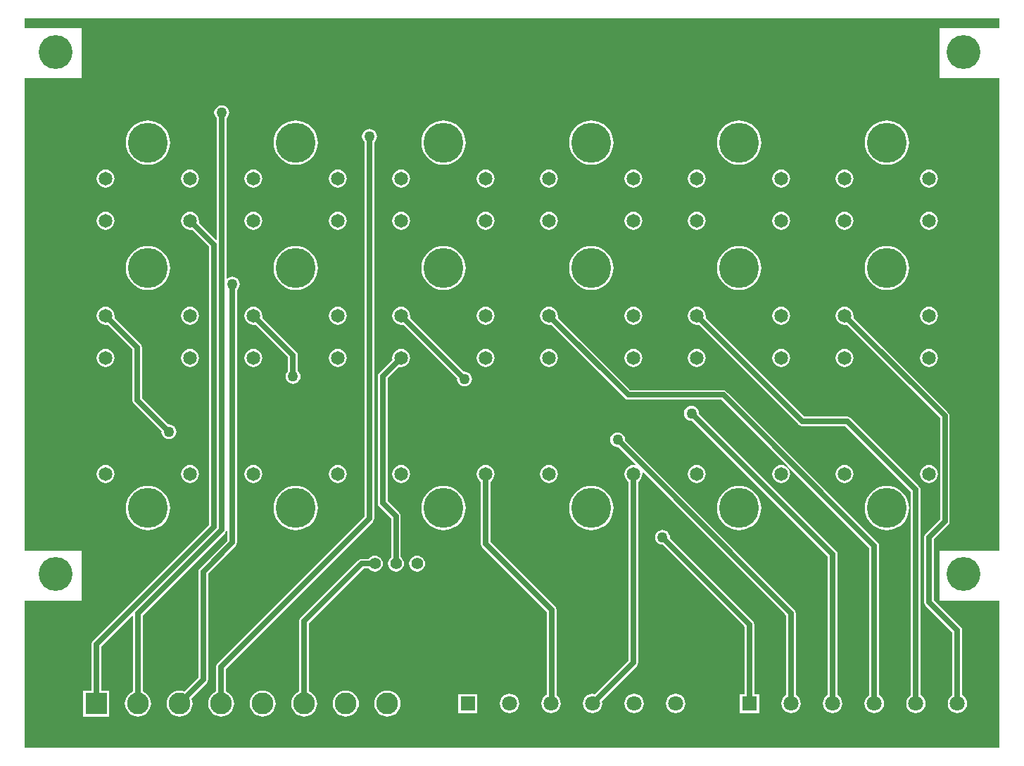
<source format=gtl>
G04*
G04 #@! TF.GenerationSoftware,Altium Limited,Altium Designer,19.1.8 (144)*
G04*
G04 Layer_Physical_Order=1*
G04 Layer_Color=255*
%FSLAX25Y25*%
%MOIN*%
G70*
G01*
G75*
%ADD23C,0.02500*%
%ADD24C,0.07087*%
%ADD25R,0.07087X0.07087*%
%ADD26C,0.06496*%
%ADD27C,0.18898*%
%ADD28C,0.05512*%
%ADD29C,0.10335*%
%ADD30R,0.10335X0.10335*%
%ADD31C,0.16000*%
%ADD32C,0.05000*%
G36*
X583471Y453750D02*
X555000D01*
Y430000D01*
X583471D01*
X583471Y206250D01*
X555000D01*
Y182500D01*
X583471D01*
X583471Y112779D01*
X121529D01*
X121529Y182500D01*
X148750D01*
Y206250D01*
X121529D01*
X121529Y430000D01*
X148750D01*
Y453750D01*
X121529D01*
Y458471D01*
X583471D01*
Y453750D01*
D02*
G37*
%LPC*%
G36*
X530000Y410068D02*
X528360Y409939D01*
X526761Y409555D01*
X525242Y408925D01*
X523839Y408066D01*
X522589Y406998D01*
X521521Y405747D01*
X520661Y404345D01*
X520032Y402825D01*
X519648Y401226D01*
X519519Y399587D01*
X519648Y397947D01*
X520032Y396348D01*
X520661Y394828D01*
X521521Y393426D01*
X522589Y392175D01*
X523839Y391107D01*
X525242Y390248D01*
X526761Y389618D01*
X528360Y389234D01*
X530000Y389106D01*
X531640Y389234D01*
X533239Y389618D01*
X534758Y390248D01*
X536161Y391107D01*
X537411Y392175D01*
X538479Y393426D01*
X539339Y394828D01*
X539968Y396348D01*
X540352Y397947D01*
X540481Y399587D01*
X540352Y401226D01*
X539968Y402825D01*
X539339Y404345D01*
X538479Y405747D01*
X537411Y406998D01*
X536161Y408066D01*
X534758Y408925D01*
X533239Y409555D01*
X531640Y409939D01*
X530000Y410068D01*
D02*
G37*
G36*
X460000D02*
X458360Y409939D01*
X456761Y409555D01*
X455242Y408925D01*
X453839Y408066D01*
X452589Y406998D01*
X451521Y405747D01*
X450661Y404345D01*
X450032Y402825D01*
X449648Y401226D01*
X449519Y399587D01*
X449648Y397947D01*
X450032Y396348D01*
X450661Y394828D01*
X451521Y393426D01*
X452589Y392175D01*
X453839Y391107D01*
X455242Y390248D01*
X456761Y389618D01*
X458360Y389234D01*
X460000Y389106D01*
X461640Y389234D01*
X463239Y389618D01*
X464758Y390248D01*
X466161Y391107D01*
X467411Y392175D01*
X468479Y393426D01*
X469339Y394828D01*
X469968Y396348D01*
X470352Y397947D01*
X470481Y399587D01*
X470352Y401226D01*
X469968Y402825D01*
X469339Y404345D01*
X468479Y405747D01*
X467411Y406998D01*
X466161Y408066D01*
X464758Y408925D01*
X463239Y409555D01*
X461640Y409939D01*
X460000Y410068D01*
D02*
G37*
G36*
X390000D02*
X388360Y409939D01*
X386761Y409555D01*
X385242Y408925D01*
X383839Y408066D01*
X382589Y406998D01*
X381521Y405747D01*
X380661Y404345D01*
X380032Y402825D01*
X379648Y401226D01*
X379519Y399587D01*
X379648Y397947D01*
X380032Y396348D01*
X380661Y394828D01*
X381521Y393426D01*
X382589Y392175D01*
X383839Y391107D01*
X385242Y390248D01*
X386761Y389618D01*
X388360Y389234D01*
X390000Y389106D01*
X391640Y389234D01*
X393239Y389618D01*
X394758Y390248D01*
X396161Y391107D01*
X397411Y392175D01*
X398479Y393426D01*
X399339Y394828D01*
X399968Y396348D01*
X400352Y397947D01*
X400481Y399587D01*
X400352Y401226D01*
X399968Y402825D01*
X399339Y404345D01*
X398479Y405747D01*
X397411Y406998D01*
X396161Y408066D01*
X394758Y408925D01*
X393239Y409555D01*
X391640Y409939D01*
X390000Y410068D01*
D02*
G37*
G36*
X320000D02*
X318360Y409939D01*
X316761Y409555D01*
X315242Y408925D01*
X313839Y408066D01*
X312589Y406998D01*
X311521Y405747D01*
X310661Y404345D01*
X310032Y402825D01*
X309648Y401226D01*
X309519Y399587D01*
X309648Y397947D01*
X310032Y396348D01*
X310661Y394828D01*
X311521Y393426D01*
X312589Y392175D01*
X313839Y391107D01*
X315242Y390248D01*
X316761Y389618D01*
X318360Y389234D01*
X320000Y389106D01*
X321640Y389234D01*
X323239Y389618D01*
X324758Y390248D01*
X326161Y391107D01*
X327411Y392175D01*
X328479Y393426D01*
X329339Y394828D01*
X329968Y396348D01*
X330352Y397947D01*
X330481Y399587D01*
X330352Y401226D01*
X329968Y402825D01*
X329339Y404345D01*
X328479Y405747D01*
X327411Y406998D01*
X326161Y408066D01*
X324758Y408925D01*
X323239Y409555D01*
X321640Y409939D01*
X320000Y410068D01*
D02*
G37*
G36*
X250000D02*
X248360Y409939D01*
X246761Y409555D01*
X245242Y408925D01*
X243839Y408066D01*
X242589Y406998D01*
X241521Y405747D01*
X240661Y404345D01*
X240032Y402825D01*
X239648Y401226D01*
X239519Y399587D01*
X239648Y397947D01*
X240032Y396348D01*
X240661Y394828D01*
X241521Y393426D01*
X242589Y392175D01*
X243839Y391107D01*
X245242Y390248D01*
X246761Y389618D01*
X248360Y389234D01*
X250000Y389106D01*
X251640Y389234D01*
X253239Y389618D01*
X254758Y390248D01*
X256161Y391107D01*
X257411Y392175D01*
X258479Y393426D01*
X259339Y394828D01*
X259968Y396348D01*
X260352Y397947D01*
X260481Y399587D01*
X260352Y401226D01*
X259968Y402825D01*
X259339Y404345D01*
X258479Y405747D01*
X257411Y406998D01*
X256161Y408066D01*
X254758Y408925D01*
X253239Y409555D01*
X251640Y409939D01*
X250000Y410068D01*
D02*
G37*
G36*
X180000D02*
X178360Y409939D01*
X176761Y409555D01*
X175242Y408925D01*
X173839Y408066D01*
X172589Y406998D01*
X171521Y405747D01*
X170661Y404345D01*
X170032Y402825D01*
X169648Y401226D01*
X169519Y399587D01*
X169648Y397947D01*
X170032Y396348D01*
X170661Y394828D01*
X171521Y393426D01*
X172589Y392175D01*
X173839Y391107D01*
X175242Y390248D01*
X176761Y389618D01*
X178360Y389234D01*
X180000Y389106D01*
X181640Y389234D01*
X183239Y389618D01*
X184758Y390248D01*
X186161Y391107D01*
X187411Y392175D01*
X188479Y393426D01*
X189339Y394828D01*
X189968Y396348D01*
X190352Y397947D01*
X190481Y399587D01*
X190352Y401226D01*
X189968Y402825D01*
X189339Y404345D01*
X188479Y405747D01*
X187411Y406998D01*
X186161Y408066D01*
X184758Y408925D01*
X183239Y409555D01*
X181640Y409939D01*
X180000Y410068D01*
D02*
G37*
G36*
X550000Y386785D02*
X548891Y386639D01*
X547858Y386211D01*
X546970Y385530D01*
X546289Y384642D01*
X545861Y383609D01*
X545715Y382500D01*
X545861Y381391D01*
X546289Y380358D01*
X546970Y379470D01*
X547858Y378789D01*
X548891Y378361D01*
X550000Y378215D01*
X551109Y378361D01*
X552142Y378789D01*
X553030Y379470D01*
X553711Y380358D01*
X554139Y381391D01*
X554285Y382500D01*
X554139Y383609D01*
X553711Y384642D01*
X553030Y385530D01*
X552142Y386211D01*
X551109Y386639D01*
X550000Y386785D01*
D02*
G37*
G36*
X510000D02*
X508891Y386639D01*
X507858Y386211D01*
X506970Y385530D01*
X506289Y384642D01*
X505861Y383609D01*
X505715Y382500D01*
X505861Y381391D01*
X506289Y380358D01*
X506970Y379470D01*
X507858Y378789D01*
X508891Y378361D01*
X510000Y378215D01*
X511109Y378361D01*
X512142Y378789D01*
X513030Y379470D01*
X513711Y380358D01*
X514139Y381391D01*
X514285Y382500D01*
X514139Y383609D01*
X513711Y384642D01*
X513030Y385530D01*
X512142Y386211D01*
X511109Y386639D01*
X510000Y386785D01*
D02*
G37*
G36*
X480000D02*
X478891Y386639D01*
X477858Y386211D01*
X476970Y385530D01*
X476289Y384642D01*
X475861Y383609D01*
X475715Y382500D01*
X475861Y381391D01*
X476289Y380358D01*
X476970Y379470D01*
X477858Y378789D01*
X478891Y378361D01*
X480000Y378215D01*
X481109Y378361D01*
X482142Y378789D01*
X483030Y379470D01*
X483711Y380358D01*
X484139Y381391D01*
X484285Y382500D01*
X484139Y383609D01*
X483711Y384642D01*
X483030Y385530D01*
X482142Y386211D01*
X481109Y386639D01*
X480000Y386785D01*
D02*
G37*
G36*
X440000D02*
X438891Y386639D01*
X437858Y386211D01*
X436970Y385530D01*
X436289Y384642D01*
X435861Y383609D01*
X435715Y382500D01*
X435861Y381391D01*
X436289Y380358D01*
X436970Y379470D01*
X437858Y378789D01*
X438891Y378361D01*
X440000Y378215D01*
X441109Y378361D01*
X442142Y378789D01*
X443030Y379470D01*
X443711Y380358D01*
X444139Y381391D01*
X444285Y382500D01*
X444139Y383609D01*
X443711Y384642D01*
X443030Y385530D01*
X442142Y386211D01*
X441109Y386639D01*
X440000Y386785D01*
D02*
G37*
G36*
X410000D02*
X408891Y386639D01*
X407858Y386211D01*
X406970Y385530D01*
X406289Y384642D01*
X405861Y383609D01*
X405715Y382500D01*
X405861Y381391D01*
X406289Y380358D01*
X406970Y379470D01*
X407858Y378789D01*
X408891Y378361D01*
X410000Y378215D01*
X411109Y378361D01*
X412142Y378789D01*
X413030Y379470D01*
X413711Y380358D01*
X414139Y381391D01*
X414285Y382500D01*
X414139Y383609D01*
X413711Y384642D01*
X413030Y385530D01*
X412142Y386211D01*
X411109Y386639D01*
X410000Y386785D01*
D02*
G37*
G36*
X370000D02*
X368891Y386639D01*
X367858Y386211D01*
X366970Y385530D01*
X366289Y384642D01*
X365861Y383609D01*
X365715Y382500D01*
X365861Y381391D01*
X366289Y380358D01*
X366970Y379470D01*
X367858Y378789D01*
X368891Y378361D01*
X370000Y378215D01*
X371109Y378361D01*
X372142Y378789D01*
X373030Y379470D01*
X373711Y380358D01*
X374139Y381391D01*
X374285Y382500D01*
X374139Y383609D01*
X373711Y384642D01*
X373030Y385530D01*
X372142Y386211D01*
X371109Y386639D01*
X370000Y386785D01*
D02*
G37*
G36*
X340000D02*
X338891Y386639D01*
X337858Y386211D01*
X336970Y385530D01*
X336289Y384642D01*
X335861Y383609D01*
X335715Y382500D01*
X335861Y381391D01*
X336289Y380358D01*
X336970Y379470D01*
X337858Y378789D01*
X338891Y378361D01*
X340000Y378215D01*
X341109Y378361D01*
X342142Y378789D01*
X343030Y379470D01*
X343711Y380358D01*
X344139Y381391D01*
X344285Y382500D01*
X344139Y383609D01*
X343711Y384642D01*
X343030Y385530D01*
X342142Y386211D01*
X341109Y386639D01*
X340000Y386785D01*
D02*
G37*
G36*
X300000D02*
X298891Y386639D01*
X297858Y386211D01*
X296970Y385530D01*
X296289Y384642D01*
X295861Y383609D01*
X295715Y382500D01*
X295861Y381391D01*
X296289Y380358D01*
X296970Y379470D01*
X297858Y378789D01*
X298891Y378361D01*
X300000Y378215D01*
X301109Y378361D01*
X302142Y378789D01*
X303030Y379470D01*
X303711Y380358D01*
X304139Y381391D01*
X304285Y382500D01*
X304139Y383609D01*
X303711Y384642D01*
X303030Y385530D01*
X302142Y386211D01*
X301109Y386639D01*
X300000Y386785D01*
D02*
G37*
G36*
X270000D02*
X268891Y386639D01*
X267858Y386211D01*
X266970Y385530D01*
X266289Y384642D01*
X265861Y383609D01*
X265715Y382500D01*
X265861Y381391D01*
X266289Y380358D01*
X266970Y379470D01*
X267858Y378789D01*
X268891Y378361D01*
X270000Y378215D01*
X271109Y378361D01*
X272142Y378789D01*
X273030Y379470D01*
X273711Y380358D01*
X274139Y381391D01*
X274285Y382500D01*
X274139Y383609D01*
X273711Y384642D01*
X273030Y385530D01*
X272142Y386211D01*
X271109Y386639D01*
X270000Y386785D01*
D02*
G37*
G36*
X230000D02*
X228891Y386639D01*
X227858Y386211D01*
X226970Y385530D01*
X226289Y384642D01*
X225861Y383609D01*
X225715Y382500D01*
X225861Y381391D01*
X226289Y380358D01*
X226970Y379470D01*
X227858Y378789D01*
X228891Y378361D01*
X230000Y378215D01*
X231109Y378361D01*
X232142Y378789D01*
X233030Y379470D01*
X233711Y380358D01*
X234139Y381391D01*
X234285Y382500D01*
X234139Y383609D01*
X233711Y384642D01*
X233030Y385530D01*
X232142Y386211D01*
X231109Y386639D01*
X230000Y386785D01*
D02*
G37*
G36*
X200000D02*
X198891Y386639D01*
X197858Y386211D01*
X196970Y385530D01*
X196289Y384642D01*
X195861Y383609D01*
X195715Y382500D01*
X195861Y381391D01*
X196289Y380358D01*
X196970Y379470D01*
X197858Y378789D01*
X198891Y378361D01*
X200000Y378215D01*
X201109Y378361D01*
X202142Y378789D01*
X203030Y379470D01*
X203711Y380358D01*
X204139Y381391D01*
X204285Y382500D01*
X204139Y383609D01*
X203711Y384642D01*
X203030Y385530D01*
X202142Y386211D01*
X201109Y386639D01*
X200000Y386785D01*
D02*
G37*
G36*
X160000D02*
X158891Y386639D01*
X157858Y386211D01*
X156970Y385530D01*
X156289Y384642D01*
X155861Y383609D01*
X155715Y382500D01*
X155861Y381391D01*
X156289Y380358D01*
X156970Y379470D01*
X157858Y378789D01*
X158891Y378361D01*
X160000Y378215D01*
X161109Y378361D01*
X162142Y378789D01*
X163030Y379470D01*
X163711Y380358D01*
X164139Y381391D01*
X164285Y382500D01*
X164139Y383609D01*
X163711Y384642D01*
X163030Y385530D01*
X162142Y386211D01*
X161109Y386639D01*
X160000Y386785D01*
D02*
G37*
G36*
X550000Y366785D02*
X548891Y366639D01*
X547858Y366211D01*
X546970Y365530D01*
X546289Y364642D01*
X545861Y363609D01*
X545715Y362500D01*
X545861Y361391D01*
X546289Y360358D01*
X546970Y359470D01*
X547858Y358789D01*
X548891Y358361D01*
X550000Y358215D01*
X551109Y358361D01*
X552142Y358789D01*
X553030Y359470D01*
X553711Y360358D01*
X554139Y361391D01*
X554285Y362500D01*
X554139Y363609D01*
X553711Y364642D01*
X553030Y365530D01*
X552142Y366211D01*
X551109Y366639D01*
X550000Y366785D01*
D02*
G37*
G36*
X510000D02*
X508891Y366639D01*
X507858Y366211D01*
X506970Y365530D01*
X506289Y364642D01*
X505861Y363609D01*
X505715Y362500D01*
X505861Y361391D01*
X506289Y360358D01*
X506970Y359470D01*
X507858Y358789D01*
X508891Y358361D01*
X510000Y358215D01*
X511109Y358361D01*
X512142Y358789D01*
X513030Y359470D01*
X513711Y360358D01*
X514139Y361391D01*
X514285Y362500D01*
X514139Y363609D01*
X513711Y364642D01*
X513030Y365530D01*
X512142Y366211D01*
X511109Y366639D01*
X510000Y366785D01*
D02*
G37*
G36*
X480000D02*
X478891Y366639D01*
X477858Y366211D01*
X476970Y365530D01*
X476289Y364642D01*
X475861Y363609D01*
X475715Y362500D01*
X475861Y361391D01*
X476289Y360358D01*
X476970Y359470D01*
X477858Y358789D01*
X478891Y358361D01*
X480000Y358215D01*
X481109Y358361D01*
X482142Y358789D01*
X483030Y359470D01*
X483711Y360358D01*
X484139Y361391D01*
X484285Y362500D01*
X484139Y363609D01*
X483711Y364642D01*
X483030Y365530D01*
X482142Y366211D01*
X481109Y366639D01*
X480000Y366785D01*
D02*
G37*
G36*
X440000D02*
X438891Y366639D01*
X437858Y366211D01*
X436970Y365530D01*
X436289Y364642D01*
X435861Y363609D01*
X435715Y362500D01*
X435861Y361391D01*
X436289Y360358D01*
X436970Y359470D01*
X437858Y358789D01*
X438891Y358361D01*
X440000Y358215D01*
X441109Y358361D01*
X442142Y358789D01*
X443030Y359470D01*
X443711Y360358D01*
X444139Y361391D01*
X444285Y362500D01*
X444139Y363609D01*
X443711Y364642D01*
X443030Y365530D01*
X442142Y366211D01*
X441109Y366639D01*
X440000Y366785D01*
D02*
G37*
G36*
X410000D02*
X408891Y366639D01*
X407858Y366211D01*
X406970Y365530D01*
X406289Y364642D01*
X405861Y363609D01*
X405715Y362500D01*
X405861Y361391D01*
X406289Y360358D01*
X406970Y359470D01*
X407858Y358789D01*
X408891Y358361D01*
X410000Y358215D01*
X411109Y358361D01*
X412142Y358789D01*
X413030Y359470D01*
X413711Y360358D01*
X414139Y361391D01*
X414285Y362500D01*
X414139Y363609D01*
X413711Y364642D01*
X413030Y365530D01*
X412142Y366211D01*
X411109Y366639D01*
X410000Y366785D01*
D02*
G37*
G36*
X370000D02*
X368891Y366639D01*
X367858Y366211D01*
X366970Y365530D01*
X366289Y364642D01*
X365861Y363609D01*
X365715Y362500D01*
X365861Y361391D01*
X366289Y360358D01*
X366970Y359470D01*
X367858Y358789D01*
X368891Y358361D01*
X370000Y358215D01*
X371109Y358361D01*
X372142Y358789D01*
X373030Y359470D01*
X373711Y360358D01*
X374139Y361391D01*
X374285Y362500D01*
X374139Y363609D01*
X373711Y364642D01*
X373030Y365530D01*
X372142Y366211D01*
X371109Y366639D01*
X370000Y366785D01*
D02*
G37*
G36*
X340000D02*
X338891Y366639D01*
X337858Y366211D01*
X336970Y365530D01*
X336289Y364642D01*
X335861Y363609D01*
X335715Y362500D01*
X335861Y361391D01*
X336289Y360358D01*
X336970Y359470D01*
X337858Y358789D01*
X338891Y358361D01*
X340000Y358215D01*
X341109Y358361D01*
X342142Y358789D01*
X343030Y359470D01*
X343711Y360358D01*
X344139Y361391D01*
X344285Y362500D01*
X344139Y363609D01*
X343711Y364642D01*
X343030Y365530D01*
X342142Y366211D01*
X341109Y366639D01*
X340000Y366785D01*
D02*
G37*
G36*
X300000D02*
X298891Y366639D01*
X297858Y366211D01*
X296970Y365530D01*
X296289Y364642D01*
X295861Y363609D01*
X295715Y362500D01*
X295861Y361391D01*
X296289Y360358D01*
X296970Y359470D01*
X297858Y358789D01*
X298891Y358361D01*
X300000Y358215D01*
X301109Y358361D01*
X302142Y358789D01*
X303030Y359470D01*
X303711Y360358D01*
X304139Y361391D01*
X304285Y362500D01*
X304139Y363609D01*
X303711Y364642D01*
X303030Y365530D01*
X302142Y366211D01*
X301109Y366639D01*
X300000Y366785D01*
D02*
G37*
G36*
X270000D02*
X268891Y366639D01*
X267858Y366211D01*
X266970Y365530D01*
X266289Y364642D01*
X265861Y363609D01*
X265715Y362500D01*
X265861Y361391D01*
X266289Y360358D01*
X266970Y359470D01*
X267858Y358789D01*
X268891Y358361D01*
X270000Y358215D01*
X271109Y358361D01*
X272142Y358789D01*
X273030Y359470D01*
X273711Y360358D01*
X274139Y361391D01*
X274285Y362500D01*
X274139Y363609D01*
X273711Y364642D01*
X273030Y365530D01*
X272142Y366211D01*
X271109Y366639D01*
X270000Y366785D01*
D02*
G37*
G36*
X230000D02*
X228891Y366639D01*
X227858Y366211D01*
X226970Y365530D01*
X226289Y364642D01*
X225861Y363609D01*
X225715Y362500D01*
X225861Y361391D01*
X226289Y360358D01*
X226970Y359470D01*
X227858Y358789D01*
X228891Y358361D01*
X230000Y358215D01*
X231109Y358361D01*
X232142Y358789D01*
X233030Y359470D01*
X233711Y360358D01*
X234139Y361391D01*
X234285Y362500D01*
X234139Y363609D01*
X233711Y364642D01*
X233030Y365530D01*
X232142Y366211D01*
X231109Y366639D01*
X230000Y366785D01*
D02*
G37*
G36*
X160000D02*
X158891Y366639D01*
X157858Y366211D01*
X156970Y365530D01*
X156289Y364642D01*
X155861Y363609D01*
X155715Y362500D01*
X155861Y361391D01*
X156289Y360358D01*
X156970Y359470D01*
X157858Y358789D01*
X158891Y358361D01*
X160000Y358215D01*
X161109Y358361D01*
X162142Y358789D01*
X163030Y359470D01*
X163711Y360358D01*
X164139Y361391D01*
X164285Y362500D01*
X164139Y363609D01*
X163711Y364642D01*
X163030Y365530D01*
X162142Y366211D01*
X161109Y366639D01*
X160000Y366785D01*
D02*
G37*
G36*
X215000Y417280D02*
X214086Y417160D01*
X213235Y416807D01*
X212504Y416246D01*
X211943Y415515D01*
X211590Y414664D01*
X211470Y413750D01*
X211590Y412836D01*
X211943Y411985D01*
X212504Y411254D01*
X212706Y411099D01*
Y405000D01*
Y353692D01*
X212244Y353500D01*
X204164Y361581D01*
X204285Y362500D01*
X204139Y363609D01*
X203711Y364642D01*
X203030Y365530D01*
X202142Y366211D01*
X201109Y366639D01*
X200000Y366785D01*
X198891Y366639D01*
X197858Y366211D01*
X196970Y365530D01*
X196289Y364642D01*
X195861Y363609D01*
X195715Y362500D01*
X195861Y361391D01*
X196289Y360358D01*
X196970Y359470D01*
X197858Y358789D01*
X198891Y358361D01*
X200000Y358215D01*
X200919Y358336D01*
X208956Y350300D01*
Y218450D01*
X154018Y163512D01*
X153520Y162768D01*
X153346Y161890D01*
Y139917D01*
X149472D01*
Y127583D01*
X161807D01*
Y139917D01*
X157934D01*
Y160940D01*
X172569Y175575D01*
X173031Y175383D01*
Y139499D01*
X172953Y139475D01*
X171882Y138903D01*
X170943Y138132D01*
X170172Y137193D01*
X169599Y136122D01*
X169247Y134959D01*
X169128Y133750D01*
X169247Y132541D01*
X169599Y131378D01*
X170172Y130307D01*
X170943Y129368D01*
X171882Y128597D01*
X172953Y128025D01*
X174116Y127672D01*
X175325Y127553D01*
X176534Y127672D01*
X177696Y128025D01*
X178768Y128597D01*
X179707Y129368D01*
X180477Y130307D01*
X181050Y131378D01*
X181403Y132541D01*
X181522Y133750D01*
X181403Y134959D01*
X181050Y136122D01*
X180477Y137193D01*
X179707Y138132D01*
X178768Y138903D01*
X177696Y139475D01*
X177619Y139499D01*
Y175625D01*
X216622Y214628D01*
X217120Y215372D01*
X217206Y215807D01*
X217706Y215757D01*
Y210950D01*
X204628Y197872D01*
X204131Y197128D01*
X203956Y196250D01*
Y145940D01*
X197453Y139437D01*
X197381Y139475D01*
X196219Y139828D01*
X195010Y139947D01*
X193801Y139828D01*
X192638Y139475D01*
X191567Y138903D01*
X190628Y138132D01*
X189857Y137193D01*
X189284Y136122D01*
X188932Y134959D01*
X188813Y133750D01*
X188932Y132541D01*
X189284Y131378D01*
X189857Y130307D01*
X190628Y129368D01*
X191567Y128597D01*
X192638Y128025D01*
X193801Y127672D01*
X195010Y127553D01*
X196219Y127672D01*
X197381Y128025D01*
X198453Y128597D01*
X199392Y129368D01*
X200163Y130307D01*
X200735Y131378D01*
X201088Y132541D01*
X201207Y133750D01*
X201088Y134959D01*
X200735Y136122D01*
X200697Y136193D01*
X207872Y143368D01*
X208369Y144112D01*
X208544Y144990D01*
Y195300D01*
X221622Y208378D01*
X222119Y209122D01*
X222294Y210000D01*
Y329849D01*
X222496Y330004D01*
X223057Y330735D01*
X223410Y331586D01*
X223530Y332500D01*
X223410Y333414D01*
X223057Y334265D01*
X222496Y334996D01*
X221765Y335557D01*
X220914Y335910D01*
X220000Y336030D01*
X219086Y335910D01*
X218235Y335557D01*
X217794Y335219D01*
X217294Y335466D01*
Y405000D01*
Y411099D01*
X217496Y411254D01*
X218057Y411985D01*
X218410Y412836D01*
X218530Y413750D01*
X218410Y414664D01*
X218057Y415515D01*
X217496Y416246D01*
X216765Y416807D01*
X215914Y417160D01*
X215000Y417280D01*
D02*
G37*
G36*
X530000Y350619D02*
X528360Y350490D01*
X526761Y350106D01*
X525242Y349477D01*
X523839Y348617D01*
X522589Y347549D01*
X521521Y346298D01*
X520661Y344896D01*
X520032Y343377D01*
X519648Y341777D01*
X519519Y340138D01*
X519648Y338498D01*
X520032Y336899D01*
X520661Y335380D01*
X521521Y333977D01*
X522589Y332727D01*
X523839Y331658D01*
X525242Y330799D01*
X526761Y330170D01*
X528360Y329786D01*
X530000Y329657D01*
X531640Y329786D01*
X533239Y330170D01*
X534758Y330799D01*
X536161Y331658D01*
X537411Y332727D01*
X538479Y333977D01*
X539339Y335380D01*
X539968Y336899D01*
X540352Y338498D01*
X540481Y340138D01*
X540352Y341777D01*
X539968Y343377D01*
X539339Y344896D01*
X538479Y346298D01*
X537411Y347549D01*
X536161Y348617D01*
X534758Y349477D01*
X533239Y350106D01*
X531640Y350490D01*
X530000Y350619D01*
D02*
G37*
G36*
X460000D02*
X458360Y350490D01*
X456761Y350106D01*
X455242Y349477D01*
X453839Y348617D01*
X452589Y347549D01*
X451521Y346298D01*
X450661Y344896D01*
X450032Y343377D01*
X449648Y341777D01*
X449519Y340138D01*
X449648Y338498D01*
X450032Y336899D01*
X450661Y335380D01*
X451521Y333977D01*
X452589Y332727D01*
X453839Y331658D01*
X455242Y330799D01*
X456761Y330170D01*
X458360Y329786D01*
X460000Y329657D01*
X461640Y329786D01*
X463239Y330170D01*
X464758Y330799D01*
X466161Y331658D01*
X467411Y332727D01*
X468479Y333977D01*
X469339Y335380D01*
X469968Y336899D01*
X470352Y338498D01*
X470481Y340138D01*
X470352Y341777D01*
X469968Y343377D01*
X469339Y344896D01*
X468479Y346298D01*
X467411Y347549D01*
X466161Y348617D01*
X464758Y349477D01*
X463239Y350106D01*
X461640Y350490D01*
X460000Y350619D01*
D02*
G37*
G36*
X390000D02*
X388360Y350490D01*
X386761Y350106D01*
X385242Y349477D01*
X383839Y348617D01*
X382589Y347549D01*
X381521Y346298D01*
X380661Y344896D01*
X380032Y343377D01*
X379648Y341777D01*
X379519Y340138D01*
X379648Y338498D01*
X380032Y336899D01*
X380661Y335380D01*
X381521Y333977D01*
X382589Y332727D01*
X383839Y331658D01*
X385242Y330799D01*
X386761Y330170D01*
X388360Y329786D01*
X390000Y329657D01*
X391640Y329786D01*
X393239Y330170D01*
X394758Y330799D01*
X396161Y331658D01*
X397411Y332727D01*
X398479Y333977D01*
X399339Y335380D01*
X399968Y336899D01*
X400352Y338498D01*
X400481Y340138D01*
X400352Y341777D01*
X399968Y343377D01*
X399339Y344896D01*
X398479Y346298D01*
X397411Y347549D01*
X396161Y348617D01*
X394758Y349477D01*
X393239Y350106D01*
X391640Y350490D01*
X390000Y350619D01*
D02*
G37*
G36*
X320000D02*
X318360Y350490D01*
X316761Y350106D01*
X315242Y349477D01*
X313839Y348617D01*
X312589Y347549D01*
X311521Y346298D01*
X310661Y344896D01*
X310032Y343377D01*
X309648Y341777D01*
X309519Y340138D01*
X309648Y338498D01*
X310032Y336899D01*
X310661Y335380D01*
X311521Y333977D01*
X312589Y332727D01*
X313839Y331658D01*
X315242Y330799D01*
X316761Y330170D01*
X318360Y329786D01*
X320000Y329657D01*
X321640Y329786D01*
X323239Y330170D01*
X324758Y330799D01*
X326161Y331658D01*
X327411Y332727D01*
X328479Y333977D01*
X329339Y335380D01*
X329968Y336899D01*
X330352Y338498D01*
X330481Y340138D01*
X330352Y341777D01*
X329968Y343377D01*
X329339Y344896D01*
X328479Y346298D01*
X327411Y347549D01*
X326161Y348617D01*
X324758Y349477D01*
X323239Y350106D01*
X321640Y350490D01*
X320000Y350619D01*
D02*
G37*
G36*
X250000D02*
X248360Y350490D01*
X246761Y350106D01*
X245242Y349477D01*
X243839Y348617D01*
X242589Y347549D01*
X241521Y346298D01*
X240661Y344896D01*
X240032Y343377D01*
X239648Y341777D01*
X239519Y340138D01*
X239648Y338498D01*
X240032Y336899D01*
X240661Y335380D01*
X241521Y333977D01*
X242589Y332727D01*
X243839Y331658D01*
X245242Y330799D01*
X246761Y330170D01*
X248360Y329786D01*
X250000Y329657D01*
X251640Y329786D01*
X253239Y330170D01*
X254758Y330799D01*
X256161Y331658D01*
X257411Y332727D01*
X258479Y333977D01*
X259339Y335380D01*
X259968Y336899D01*
X260352Y338498D01*
X260481Y340138D01*
X260352Y341777D01*
X259968Y343377D01*
X259339Y344896D01*
X258479Y346298D01*
X257411Y347549D01*
X256161Y348617D01*
X254758Y349477D01*
X253239Y350106D01*
X251640Y350490D01*
X250000Y350619D01*
D02*
G37*
G36*
X180000D02*
X178360Y350490D01*
X176761Y350106D01*
X175242Y349477D01*
X173839Y348617D01*
X172589Y347549D01*
X171521Y346298D01*
X170661Y344896D01*
X170032Y343377D01*
X169648Y341777D01*
X169519Y340138D01*
X169648Y338498D01*
X170032Y336899D01*
X170661Y335380D01*
X171521Y333977D01*
X172589Y332727D01*
X173839Y331658D01*
X175242Y330799D01*
X176761Y330170D01*
X178360Y329786D01*
X180000Y329657D01*
X181640Y329786D01*
X183239Y330170D01*
X184758Y330799D01*
X186161Y331658D01*
X187411Y332727D01*
X188479Y333977D01*
X189339Y335380D01*
X189968Y336899D01*
X190352Y338498D01*
X190481Y340138D01*
X190352Y341777D01*
X189968Y343377D01*
X189339Y344896D01*
X188479Y346298D01*
X187411Y347549D01*
X186161Y348617D01*
X184758Y349477D01*
X183239Y350106D01*
X181640Y350490D01*
X180000Y350619D01*
D02*
G37*
G36*
X550000Y321785D02*
X548891Y321639D01*
X547858Y321211D01*
X546970Y320530D01*
X546289Y319642D01*
X545861Y318609D01*
X545715Y317500D01*
X545861Y316391D01*
X546289Y315358D01*
X546970Y314470D01*
X547858Y313789D01*
X548891Y313361D01*
X550000Y313215D01*
X551109Y313361D01*
X552142Y313789D01*
X553030Y314470D01*
X553711Y315358D01*
X554139Y316391D01*
X554285Y317500D01*
X554139Y318609D01*
X553711Y319642D01*
X553030Y320530D01*
X552142Y321211D01*
X551109Y321639D01*
X550000Y321785D01*
D02*
G37*
G36*
X480000D02*
X478891Y321639D01*
X477858Y321211D01*
X476970Y320530D01*
X476289Y319642D01*
X475861Y318609D01*
X475715Y317500D01*
X475861Y316391D01*
X476289Y315358D01*
X476970Y314470D01*
X477858Y313789D01*
X478891Y313361D01*
X480000Y313215D01*
X481109Y313361D01*
X482142Y313789D01*
X483030Y314470D01*
X483711Y315358D01*
X484139Y316391D01*
X484285Y317500D01*
X484139Y318609D01*
X483711Y319642D01*
X483030Y320530D01*
X482142Y321211D01*
X481109Y321639D01*
X480000Y321785D01*
D02*
G37*
G36*
X410000D02*
X408891Y321639D01*
X407858Y321211D01*
X406970Y320530D01*
X406289Y319642D01*
X405861Y318609D01*
X405715Y317500D01*
X405861Y316391D01*
X406289Y315358D01*
X406970Y314470D01*
X407858Y313789D01*
X408891Y313361D01*
X410000Y313215D01*
X411109Y313361D01*
X412142Y313789D01*
X413030Y314470D01*
X413711Y315358D01*
X414139Y316391D01*
X414285Y317500D01*
X414139Y318609D01*
X413711Y319642D01*
X413030Y320530D01*
X412142Y321211D01*
X411109Y321639D01*
X410000Y321785D01*
D02*
G37*
G36*
X340000D02*
X338891Y321639D01*
X337858Y321211D01*
X336970Y320530D01*
X336289Y319642D01*
X335861Y318609D01*
X335715Y317500D01*
X335861Y316391D01*
X336289Y315358D01*
X336970Y314470D01*
X337858Y313789D01*
X338891Y313361D01*
X340000Y313215D01*
X341109Y313361D01*
X342142Y313789D01*
X343030Y314470D01*
X343711Y315358D01*
X344139Y316391D01*
X344285Y317500D01*
X344139Y318609D01*
X343711Y319642D01*
X343030Y320530D01*
X342142Y321211D01*
X341109Y321639D01*
X340000Y321785D01*
D02*
G37*
G36*
X270000D02*
X268891Y321639D01*
X267858Y321211D01*
X266970Y320530D01*
X266289Y319642D01*
X265861Y318609D01*
X265715Y317500D01*
X265861Y316391D01*
X266289Y315358D01*
X266970Y314470D01*
X267858Y313789D01*
X268891Y313361D01*
X270000Y313215D01*
X271109Y313361D01*
X272142Y313789D01*
X273030Y314470D01*
X273711Y315358D01*
X274139Y316391D01*
X274285Y317500D01*
X274139Y318609D01*
X273711Y319642D01*
X273030Y320530D01*
X272142Y321211D01*
X271109Y321639D01*
X270000Y321785D01*
D02*
G37*
G36*
X200000D02*
X198891Y321639D01*
X197858Y321211D01*
X196970Y320530D01*
X196289Y319642D01*
X195861Y318609D01*
X195715Y317500D01*
X195861Y316391D01*
X196289Y315358D01*
X196970Y314470D01*
X197858Y313789D01*
X198891Y313361D01*
X200000Y313215D01*
X201109Y313361D01*
X202142Y313789D01*
X203030Y314470D01*
X203711Y315358D01*
X204139Y316391D01*
X204285Y317500D01*
X204139Y318609D01*
X203711Y319642D01*
X203030Y320530D01*
X202142Y321211D01*
X201109Y321639D01*
X200000Y321785D01*
D02*
G37*
G36*
X550000Y301785D02*
X548891Y301639D01*
X547858Y301211D01*
X546970Y300530D01*
X546289Y299642D01*
X545861Y298609D01*
X545715Y297500D01*
X545861Y296391D01*
X546289Y295358D01*
X546970Y294470D01*
X547858Y293789D01*
X548891Y293361D01*
X550000Y293215D01*
X551109Y293361D01*
X552142Y293789D01*
X553030Y294470D01*
X553711Y295358D01*
X554139Y296391D01*
X554285Y297500D01*
X554139Y298609D01*
X553711Y299642D01*
X553030Y300530D01*
X552142Y301211D01*
X551109Y301639D01*
X550000Y301785D01*
D02*
G37*
G36*
X510000D02*
X508891Y301639D01*
X507858Y301211D01*
X506970Y300530D01*
X506289Y299642D01*
X505861Y298609D01*
X505715Y297500D01*
X505861Y296391D01*
X506289Y295358D01*
X506970Y294470D01*
X507858Y293789D01*
X508891Y293361D01*
X510000Y293215D01*
X511109Y293361D01*
X512142Y293789D01*
X513030Y294470D01*
X513711Y295358D01*
X514139Y296391D01*
X514285Y297500D01*
X514139Y298609D01*
X513711Y299642D01*
X513030Y300530D01*
X512142Y301211D01*
X511109Y301639D01*
X510000Y301785D01*
D02*
G37*
G36*
X480000D02*
X478891Y301639D01*
X477858Y301211D01*
X476970Y300530D01*
X476289Y299642D01*
X475861Y298609D01*
X475715Y297500D01*
X475861Y296391D01*
X476289Y295358D01*
X476970Y294470D01*
X477858Y293789D01*
X478891Y293361D01*
X480000Y293215D01*
X481109Y293361D01*
X482142Y293789D01*
X483030Y294470D01*
X483711Y295358D01*
X484139Y296391D01*
X484285Y297500D01*
X484139Y298609D01*
X483711Y299642D01*
X483030Y300530D01*
X482142Y301211D01*
X481109Y301639D01*
X480000Y301785D01*
D02*
G37*
G36*
X440000D02*
X438891Y301639D01*
X437858Y301211D01*
X436970Y300530D01*
X436289Y299642D01*
X435861Y298609D01*
X435715Y297500D01*
X435861Y296391D01*
X436289Y295358D01*
X436970Y294470D01*
X437858Y293789D01*
X438891Y293361D01*
X440000Y293215D01*
X441109Y293361D01*
X442142Y293789D01*
X443030Y294470D01*
X443711Y295358D01*
X444139Y296391D01*
X444285Y297500D01*
X444139Y298609D01*
X443711Y299642D01*
X443030Y300530D01*
X442142Y301211D01*
X441109Y301639D01*
X440000Y301785D01*
D02*
G37*
G36*
X410000D02*
X408891Y301639D01*
X407858Y301211D01*
X406970Y300530D01*
X406289Y299642D01*
X405861Y298609D01*
X405715Y297500D01*
X405861Y296391D01*
X406289Y295358D01*
X406970Y294470D01*
X407858Y293789D01*
X408891Y293361D01*
X410000Y293215D01*
X411109Y293361D01*
X412142Y293789D01*
X413030Y294470D01*
X413711Y295358D01*
X414139Y296391D01*
X414285Y297500D01*
X414139Y298609D01*
X413711Y299642D01*
X413030Y300530D01*
X412142Y301211D01*
X411109Y301639D01*
X410000Y301785D01*
D02*
G37*
G36*
X370000D02*
X368891Y301639D01*
X367858Y301211D01*
X366970Y300530D01*
X366289Y299642D01*
X365861Y298609D01*
X365715Y297500D01*
X365861Y296391D01*
X366289Y295358D01*
X366970Y294470D01*
X367858Y293789D01*
X368891Y293361D01*
X370000Y293215D01*
X371109Y293361D01*
X372142Y293789D01*
X373030Y294470D01*
X373711Y295358D01*
X374139Y296391D01*
X374285Y297500D01*
X374139Y298609D01*
X373711Y299642D01*
X373030Y300530D01*
X372142Y301211D01*
X371109Y301639D01*
X370000Y301785D01*
D02*
G37*
G36*
X340000D02*
X338891Y301639D01*
X337858Y301211D01*
X336970Y300530D01*
X336289Y299642D01*
X335861Y298609D01*
X335715Y297500D01*
X335861Y296391D01*
X336289Y295358D01*
X336970Y294470D01*
X337858Y293789D01*
X338891Y293361D01*
X340000Y293215D01*
X341109Y293361D01*
X342142Y293789D01*
X343030Y294470D01*
X343711Y295358D01*
X344139Y296391D01*
X344285Y297500D01*
X344139Y298609D01*
X343711Y299642D01*
X343030Y300530D01*
X342142Y301211D01*
X341109Y301639D01*
X340000Y301785D01*
D02*
G37*
G36*
X300000D02*
X298891Y301639D01*
X297858Y301211D01*
X296970Y300530D01*
X296289Y299642D01*
X295861Y298609D01*
X295715Y297500D01*
X295836Y296581D01*
X289628Y290372D01*
X289130Y289628D01*
X288956Y288750D01*
Y228750D01*
X289130Y227872D01*
X289628Y227128D01*
X295206Y221550D01*
Y202974D01*
X294821Y202679D01*
X294219Y201894D01*
X293841Y200980D01*
X293712Y200000D01*
X293841Y199020D01*
X294219Y198106D01*
X294821Y197321D01*
X295606Y196719D01*
X296519Y196341D01*
X297500Y196212D01*
X298481Y196341D01*
X299394Y196719D01*
X300179Y197321D01*
X300781Y198106D01*
X301159Y199020D01*
X301288Y200000D01*
X301159Y200980D01*
X300781Y201894D01*
X300179Y202679D01*
X299794Y202974D01*
Y222500D01*
X299620Y223378D01*
X299122Y224122D01*
X293544Y229700D01*
Y287800D01*
X299081Y293336D01*
X300000Y293215D01*
X301109Y293361D01*
X302142Y293789D01*
X303030Y294470D01*
X303711Y295358D01*
X304139Y296391D01*
X304285Y297500D01*
X304139Y298609D01*
X303711Y299642D01*
X303030Y300530D01*
X302142Y301211D01*
X301109Y301639D01*
X300000Y301785D01*
D02*
G37*
G36*
X270000D02*
X268891Y301639D01*
X267858Y301211D01*
X266970Y300530D01*
X266289Y299642D01*
X265861Y298609D01*
X265715Y297500D01*
X265861Y296391D01*
X266289Y295358D01*
X266970Y294470D01*
X267858Y293789D01*
X268891Y293361D01*
X270000Y293215D01*
X271109Y293361D01*
X272142Y293789D01*
X273030Y294470D01*
X273711Y295358D01*
X274139Y296391D01*
X274285Y297500D01*
X274139Y298609D01*
X273711Y299642D01*
X273030Y300530D01*
X272142Y301211D01*
X271109Y301639D01*
X270000Y301785D01*
D02*
G37*
G36*
X230000D02*
X228891Y301639D01*
X227858Y301211D01*
X226970Y300530D01*
X226289Y299642D01*
X225861Y298609D01*
X225715Y297500D01*
X225861Y296391D01*
X226289Y295358D01*
X226970Y294470D01*
X227858Y293789D01*
X228891Y293361D01*
X230000Y293215D01*
X231109Y293361D01*
X232142Y293789D01*
X233030Y294470D01*
X233711Y295358D01*
X234139Y296391D01*
X234285Y297500D01*
X234139Y298609D01*
X233711Y299642D01*
X233030Y300530D01*
X232142Y301211D01*
X231109Y301639D01*
X230000Y301785D01*
D02*
G37*
G36*
X200000D02*
X198891Y301639D01*
X197858Y301211D01*
X196970Y300530D01*
X196289Y299642D01*
X195861Y298609D01*
X195715Y297500D01*
X195861Y296391D01*
X196289Y295358D01*
X196970Y294470D01*
X197858Y293789D01*
X198891Y293361D01*
X200000Y293215D01*
X201109Y293361D01*
X202142Y293789D01*
X203030Y294470D01*
X203711Y295358D01*
X204139Y296391D01*
X204285Y297500D01*
X204139Y298609D01*
X203711Y299642D01*
X203030Y300530D01*
X202142Y301211D01*
X201109Y301639D01*
X200000Y301785D01*
D02*
G37*
G36*
X160000D02*
X158891Y301639D01*
X157858Y301211D01*
X156970Y300530D01*
X156289Y299642D01*
X155861Y298609D01*
X155715Y297500D01*
X155861Y296391D01*
X156289Y295358D01*
X156970Y294470D01*
X157858Y293789D01*
X158891Y293361D01*
X160000Y293215D01*
X161109Y293361D01*
X162142Y293789D01*
X163030Y294470D01*
X163711Y295358D01*
X164139Y296391D01*
X164285Y297500D01*
X164139Y298609D01*
X163711Y299642D01*
X163030Y300530D01*
X162142Y301211D01*
X161109Y301639D01*
X160000Y301785D01*
D02*
G37*
G36*
X230000Y321785D02*
X228891Y321639D01*
X227858Y321211D01*
X226970Y320530D01*
X226289Y319642D01*
X225861Y318609D01*
X225715Y317500D01*
X225861Y316391D01*
X226289Y315358D01*
X226970Y314470D01*
X227858Y313789D01*
X228891Y313361D01*
X230000Y313215D01*
X230919Y313336D01*
X246456Y297800D01*
Y291401D01*
X246254Y291246D01*
X245693Y290515D01*
X245340Y289664D01*
X245220Y288750D01*
X245340Y287836D01*
X245693Y286985D01*
X246254Y286254D01*
X246985Y285693D01*
X247836Y285340D01*
X248750Y285220D01*
X249664Y285340D01*
X250515Y285693D01*
X251246Y286254D01*
X251807Y286985D01*
X252160Y287836D01*
X252280Y288750D01*
X252160Y289664D01*
X251807Y290515D01*
X251246Y291246D01*
X251044Y291401D01*
Y298750D01*
X250869Y299628D01*
X250372Y300372D01*
X234164Y316581D01*
X234285Y317500D01*
X234139Y318609D01*
X233711Y319642D01*
X233030Y320530D01*
X232142Y321211D01*
X231109Y321639D01*
X230000Y321785D01*
D02*
G37*
G36*
X300000D02*
X298891Y321639D01*
X297858Y321211D01*
X296970Y320530D01*
X296289Y319642D01*
X295861Y318609D01*
X295715Y317500D01*
X295861Y316391D01*
X296289Y315358D01*
X296970Y314470D01*
X297858Y313789D01*
X298891Y313361D01*
X300000Y313215D01*
X300919Y313336D01*
X326503Y287753D01*
X326470Y287500D01*
X326590Y286586D01*
X326943Y285735D01*
X327504Y285004D01*
X328235Y284443D01*
X329086Y284090D01*
X330000Y283970D01*
X330914Y284090D01*
X331765Y284443D01*
X332496Y285004D01*
X333057Y285735D01*
X333410Y286586D01*
X333530Y287500D01*
X333410Y288414D01*
X333057Y289265D01*
X332496Y289996D01*
X331765Y290557D01*
X330914Y290910D01*
X330000Y291030D01*
X329747Y290997D01*
X304164Y316581D01*
X304285Y317500D01*
X304139Y318609D01*
X303711Y319642D01*
X303030Y320530D01*
X302142Y321211D01*
X301109Y321639D01*
X300000Y321785D01*
D02*
G37*
G36*
X160000D02*
X158891Y321639D01*
X157858Y321211D01*
X156970Y320530D01*
X156289Y319642D01*
X155861Y318609D01*
X155715Y317500D01*
X155861Y316391D01*
X156289Y315358D01*
X156970Y314470D01*
X157858Y313789D01*
X158891Y313361D01*
X160000Y313215D01*
X160919Y313336D01*
X172706Y301550D01*
Y277500D01*
X172880Y276622D01*
X173378Y275878D01*
X186503Y262753D01*
X186470Y262500D01*
X186590Y261586D01*
X186943Y260735D01*
X187504Y260004D01*
X188235Y259443D01*
X189086Y259090D01*
X190000Y258970D01*
X190914Y259090D01*
X191765Y259443D01*
X192496Y260004D01*
X193057Y260735D01*
X193410Y261586D01*
X193530Y262500D01*
X193410Y263414D01*
X193057Y264265D01*
X192496Y264996D01*
X191765Y265557D01*
X190914Y265910D01*
X190000Y266030D01*
X189747Y265997D01*
X177294Y278450D01*
Y302500D01*
X177120Y303378D01*
X176622Y304122D01*
X164164Y316581D01*
X164285Y317500D01*
X164139Y318609D01*
X163711Y319642D01*
X163030Y320530D01*
X162142Y321211D01*
X161109Y321639D01*
X160000Y321785D01*
D02*
G37*
G36*
X402500Y262280D02*
X401586Y262160D01*
X400735Y261807D01*
X400004Y261246D01*
X399443Y260515D01*
X399090Y259664D01*
X398970Y258750D01*
X399090Y257836D01*
X399443Y256985D01*
X400004Y256254D01*
X400735Y255693D01*
X401586Y255340D01*
X402500Y255220D01*
X402753Y255253D01*
X410825Y247180D01*
X410592Y246707D01*
X410000Y246785D01*
X408891Y246639D01*
X407858Y246211D01*
X406970Y245530D01*
X406289Y244642D01*
X405861Y243609D01*
X405715Y242500D01*
X405861Y241391D01*
X406289Y240358D01*
X406970Y239470D01*
X407706Y238906D01*
Y154080D01*
X391803Y138177D01*
X390620Y138332D01*
X389434Y138176D01*
X388329Y137719D01*
X387380Y136990D01*
X386651Y136041D01*
X386194Y134936D01*
X386038Y133750D01*
X386194Y132564D01*
X386651Y131459D01*
X387380Y130510D01*
X388329Y129781D01*
X389434Y129324D01*
X390620Y129167D01*
X391806Y129324D01*
X392911Y129781D01*
X393860Y130510D01*
X394589Y131459D01*
X395046Y132564D01*
X395203Y133750D01*
X395047Y134932D01*
X411622Y151508D01*
X412119Y152252D01*
X412294Y153130D01*
Y238906D01*
X413030Y239470D01*
X413711Y240358D01*
X414139Y241391D01*
X414285Y242500D01*
X414207Y243092D01*
X414680Y243325D01*
X482391Y175615D01*
Y137716D01*
X481445Y136990D01*
X480717Y136041D01*
X480259Y134936D01*
X480102Y133750D01*
X480259Y132564D01*
X480717Y131459D01*
X481445Y130510D01*
X482394Y129781D01*
X483499Y129324D01*
X484685Y129167D01*
X485871Y129324D01*
X486976Y129781D01*
X487925Y130510D01*
X488654Y131459D01*
X489111Y132564D01*
X489267Y133750D01*
X489111Y134936D01*
X488654Y136041D01*
X487925Y136990D01*
X486979Y137716D01*
Y176565D01*
X486804Y177443D01*
X486307Y178187D01*
X405997Y258497D01*
X406030Y258750D01*
X405910Y259664D01*
X405557Y260515D01*
X404996Y261246D01*
X404265Y261807D01*
X403414Y262160D01*
X402500Y262280D01*
D02*
G37*
G36*
X370000Y321785D02*
X368891Y321639D01*
X367858Y321211D01*
X366970Y320530D01*
X366289Y319642D01*
X365861Y318609D01*
X365715Y317500D01*
X365861Y316391D01*
X366289Y315358D01*
X366970Y314470D01*
X367858Y313789D01*
X368891Y313361D01*
X370000Y313215D01*
X370919Y313336D01*
X405878Y278378D01*
X406622Y277881D01*
X407500Y277706D01*
X451550D01*
X483313Y245942D01*
X482983Y245566D01*
X482699Y245784D01*
X482142Y246211D01*
X481109Y246639D01*
X480000Y246785D01*
X478891Y246639D01*
X477858Y246211D01*
X476970Y245530D01*
X476289Y244642D01*
X475861Y243609D01*
X475715Y242500D01*
X475861Y241391D01*
X476289Y240358D01*
X476970Y239470D01*
X477858Y238789D01*
X478891Y238361D01*
X480000Y238215D01*
X481109Y238361D01*
X482142Y238789D01*
X483030Y239470D01*
X483711Y240358D01*
X484139Y241391D01*
X484285Y242500D01*
X484139Y243609D01*
X483711Y244642D01*
X483284Y245199D01*
X483066Y245483D01*
X483442Y245813D01*
X521761Y207495D01*
Y137716D01*
X520815Y136990D01*
X520087Y136041D01*
X519629Y134936D01*
X519473Y133750D01*
X519629Y132564D01*
X520087Y131459D01*
X520815Y130510D01*
X521764Y129781D01*
X522869Y129324D01*
X524055Y129167D01*
X525241Y129324D01*
X526346Y129781D01*
X527295Y130510D01*
X528024Y131459D01*
X528481Y132564D01*
X528638Y133750D01*
X528481Y134936D01*
X528024Y136041D01*
X527295Y136990D01*
X526349Y137716D01*
Y208445D01*
X526175Y209323D01*
X525677Y210067D01*
X454122Y281622D01*
X453378Y282119D01*
X452500Y282294D01*
X408450D01*
X374164Y316581D01*
X374285Y317500D01*
X374139Y318609D01*
X373711Y319642D01*
X373030Y320530D01*
X372142Y321211D01*
X371109Y321639D01*
X370000Y321785D01*
D02*
G37*
G36*
X550000Y246785D02*
X548891Y246639D01*
X547858Y246211D01*
X546970Y245530D01*
X546289Y244642D01*
X545861Y243609D01*
X545715Y242500D01*
X545861Y241391D01*
X546289Y240358D01*
X546970Y239470D01*
X547858Y238789D01*
X548891Y238361D01*
X550000Y238215D01*
X551109Y238361D01*
X552142Y238789D01*
X553030Y239470D01*
X553711Y240358D01*
X554139Y241391D01*
X554285Y242500D01*
X554139Y243609D01*
X553711Y244642D01*
X553030Y245530D01*
X552142Y246211D01*
X551109Y246639D01*
X550000Y246785D01*
D02*
G37*
G36*
X510000D02*
X508891Y246639D01*
X507858Y246211D01*
X506970Y245530D01*
X506289Y244642D01*
X505861Y243609D01*
X505715Y242500D01*
X505861Y241391D01*
X506289Y240358D01*
X506970Y239470D01*
X507858Y238789D01*
X508891Y238361D01*
X510000Y238215D01*
X511109Y238361D01*
X512142Y238789D01*
X513030Y239470D01*
X513711Y240358D01*
X514139Y241391D01*
X514285Y242500D01*
X514139Y243609D01*
X513711Y244642D01*
X513030Y245530D01*
X512142Y246211D01*
X511109Y246639D01*
X510000Y246785D01*
D02*
G37*
G36*
X440000D02*
X438891Y246639D01*
X437858Y246211D01*
X436970Y245530D01*
X436289Y244642D01*
X435861Y243609D01*
X435715Y242500D01*
X435861Y241391D01*
X436289Y240358D01*
X436970Y239470D01*
X437858Y238789D01*
X438891Y238361D01*
X440000Y238215D01*
X441109Y238361D01*
X442142Y238789D01*
X443030Y239470D01*
X443711Y240358D01*
X444139Y241391D01*
X444285Y242500D01*
X444139Y243609D01*
X443711Y244642D01*
X443030Y245530D01*
X442142Y246211D01*
X441109Y246639D01*
X440000Y246785D01*
D02*
G37*
G36*
X370000D02*
X368891Y246639D01*
X367858Y246211D01*
X366970Y245530D01*
X366289Y244642D01*
X365861Y243609D01*
X365715Y242500D01*
X365861Y241391D01*
X366289Y240358D01*
X366970Y239470D01*
X367858Y238789D01*
X368891Y238361D01*
X370000Y238215D01*
X371109Y238361D01*
X372142Y238789D01*
X373030Y239470D01*
X373711Y240358D01*
X374139Y241391D01*
X374285Y242500D01*
X374139Y243609D01*
X373711Y244642D01*
X373030Y245530D01*
X372142Y246211D01*
X371109Y246639D01*
X370000Y246785D01*
D02*
G37*
G36*
X300000D02*
X298891Y246639D01*
X297858Y246211D01*
X296970Y245530D01*
X296289Y244642D01*
X295861Y243609D01*
X295715Y242500D01*
X295861Y241391D01*
X296289Y240358D01*
X296970Y239470D01*
X297858Y238789D01*
X298891Y238361D01*
X300000Y238215D01*
X301109Y238361D01*
X302142Y238789D01*
X303030Y239470D01*
X303711Y240358D01*
X304139Y241391D01*
X304285Y242500D01*
X304139Y243609D01*
X303711Y244642D01*
X303030Y245530D01*
X302142Y246211D01*
X301109Y246639D01*
X300000Y246785D01*
D02*
G37*
G36*
X270000D02*
X268891Y246639D01*
X267858Y246211D01*
X266970Y245530D01*
X266289Y244642D01*
X265861Y243609D01*
X265715Y242500D01*
X265861Y241391D01*
X266289Y240358D01*
X266970Y239470D01*
X267858Y238789D01*
X268891Y238361D01*
X270000Y238215D01*
X271109Y238361D01*
X272142Y238789D01*
X273030Y239470D01*
X273711Y240358D01*
X274139Y241391D01*
X274285Y242500D01*
X274139Y243609D01*
X273711Y244642D01*
X273030Y245530D01*
X272142Y246211D01*
X271109Y246639D01*
X270000Y246785D01*
D02*
G37*
G36*
X230000D02*
X228891Y246639D01*
X227858Y246211D01*
X226970Y245530D01*
X226289Y244642D01*
X225861Y243609D01*
X225715Y242500D01*
X225861Y241391D01*
X226289Y240358D01*
X226970Y239470D01*
X227858Y238789D01*
X228891Y238361D01*
X230000Y238215D01*
X231109Y238361D01*
X232142Y238789D01*
X233030Y239470D01*
X233711Y240358D01*
X234139Y241391D01*
X234285Y242500D01*
X234139Y243609D01*
X233711Y244642D01*
X233030Y245530D01*
X232142Y246211D01*
X231109Y246639D01*
X230000Y246785D01*
D02*
G37*
G36*
X200000D02*
X198891Y246639D01*
X197858Y246211D01*
X196970Y245530D01*
X196289Y244642D01*
X195861Y243609D01*
X195715Y242500D01*
X195861Y241391D01*
X196289Y240358D01*
X196970Y239470D01*
X197858Y238789D01*
X198891Y238361D01*
X200000Y238215D01*
X201109Y238361D01*
X202142Y238789D01*
X203030Y239470D01*
X203711Y240358D01*
X204139Y241391D01*
X204285Y242500D01*
X204139Y243609D01*
X203711Y244642D01*
X203030Y245530D01*
X202142Y246211D01*
X201109Y246639D01*
X200000Y246785D01*
D02*
G37*
G36*
X160000D02*
X158891Y246639D01*
X157858Y246211D01*
X156970Y245530D01*
X156289Y244642D01*
X155861Y243609D01*
X155715Y242500D01*
X155861Y241391D01*
X156289Y240358D01*
X156970Y239470D01*
X157858Y238789D01*
X158891Y238361D01*
X160000Y238215D01*
X161109Y238361D01*
X162142Y238789D01*
X163030Y239470D01*
X163711Y240358D01*
X164139Y241391D01*
X164285Y242500D01*
X164139Y243609D01*
X163711Y244642D01*
X163030Y245530D01*
X162142Y246211D01*
X161109Y246639D01*
X160000Y246785D01*
D02*
G37*
G36*
X530000Y236839D02*
X528360Y236710D01*
X526761Y236326D01*
X525242Y235697D01*
X523839Y234838D01*
X522589Y233769D01*
X521521Y232519D01*
X520661Y231117D01*
X520032Y229597D01*
X519648Y227998D01*
X519519Y226358D01*
X519648Y224719D01*
X520032Y223119D01*
X520661Y221600D01*
X521521Y220198D01*
X522589Y218947D01*
X523839Y217879D01*
X525242Y217020D01*
X526761Y216390D01*
X528360Y216006D01*
X530000Y215877D01*
X531640Y216006D01*
X533239Y216390D01*
X534758Y217020D01*
X536161Y217879D01*
X537411Y218947D01*
X538479Y220198D01*
X539339Y221600D01*
X539968Y223119D01*
X540352Y224719D01*
X540481Y226358D01*
X540352Y227998D01*
X539968Y229597D01*
X539339Y231117D01*
X538479Y232519D01*
X537411Y233769D01*
X536161Y234838D01*
X534758Y235697D01*
X533239Y236326D01*
X531640Y236710D01*
X530000Y236839D01*
D02*
G37*
G36*
X460000D02*
X458360Y236710D01*
X456761Y236326D01*
X455242Y235697D01*
X453839Y234838D01*
X452589Y233769D01*
X451521Y232519D01*
X450661Y231117D01*
X450032Y229597D01*
X449648Y227998D01*
X449519Y226358D01*
X449648Y224719D01*
X450032Y223119D01*
X450661Y221600D01*
X451521Y220198D01*
X452589Y218947D01*
X453839Y217879D01*
X455242Y217020D01*
X456761Y216390D01*
X458360Y216006D01*
X460000Y215877D01*
X461640Y216006D01*
X463239Y216390D01*
X464758Y217020D01*
X466161Y217879D01*
X467411Y218947D01*
X468479Y220198D01*
X469339Y221600D01*
X469968Y223119D01*
X470352Y224719D01*
X470481Y226358D01*
X470352Y227998D01*
X469968Y229597D01*
X469339Y231117D01*
X468479Y232519D01*
X467411Y233769D01*
X466161Y234838D01*
X464758Y235697D01*
X463239Y236326D01*
X461640Y236710D01*
X460000Y236839D01*
D02*
G37*
G36*
X390000D02*
X388360Y236710D01*
X386761Y236326D01*
X385242Y235697D01*
X383839Y234838D01*
X382589Y233769D01*
X381521Y232519D01*
X380661Y231117D01*
X380032Y229597D01*
X379648Y227998D01*
X379519Y226358D01*
X379648Y224719D01*
X380032Y223119D01*
X380661Y221600D01*
X381521Y220198D01*
X382589Y218947D01*
X383839Y217879D01*
X385242Y217020D01*
X386761Y216390D01*
X388360Y216006D01*
X390000Y215877D01*
X391640Y216006D01*
X393239Y216390D01*
X394758Y217020D01*
X396161Y217879D01*
X397411Y218947D01*
X398479Y220198D01*
X399339Y221600D01*
X399968Y223119D01*
X400352Y224719D01*
X400481Y226358D01*
X400352Y227998D01*
X399968Y229597D01*
X399339Y231117D01*
X398479Y232519D01*
X397411Y233769D01*
X396161Y234838D01*
X394758Y235697D01*
X393239Y236326D01*
X391640Y236710D01*
X390000Y236839D01*
D02*
G37*
G36*
X320000D02*
X318360Y236710D01*
X316761Y236326D01*
X315242Y235697D01*
X313839Y234838D01*
X312589Y233769D01*
X311521Y232519D01*
X310661Y231117D01*
X310032Y229597D01*
X309648Y227998D01*
X309519Y226358D01*
X309648Y224719D01*
X310032Y223119D01*
X310661Y221600D01*
X311521Y220198D01*
X312589Y218947D01*
X313839Y217879D01*
X315242Y217020D01*
X316761Y216390D01*
X318360Y216006D01*
X320000Y215877D01*
X321640Y216006D01*
X323239Y216390D01*
X324758Y217020D01*
X326161Y217879D01*
X327411Y218947D01*
X328479Y220198D01*
X329339Y221600D01*
X329968Y223119D01*
X330352Y224719D01*
X330481Y226358D01*
X330352Y227998D01*
X329968Y229597D01*
X329339Y231117D01*
X328479Y232519D01*
X327411Y233769D01*
X326161Y234838D01*
X324758Y235697D01*
X323239Y236326D01*
X321640Y236710D01*
X320000Y236839D01*
D02*
G37*
G36*
X250000D02*
X248360Y236710D01*
X246761Y236326D01*
X245242Y235697D01*
X243839Y234838D01*
X242589Y233769D01*
X241521Y232519D01*
X240661Y231117D01*
X240032Y229597D01*
X239648Y227998D01*
X239519Y226358D01*
X239648Y224719D01*
X240032Y223119D01*
X240661Y221600D01*
X241521Y220198D01*
X242589Y218947D01*
X243839Y217879D01*
X245242Y217020D01*
X246761Y216390D01*
X248360Y216006D01*
X250000Y215877D01*
X251640Y216006D01*
X253239Y216390D01*
X254758Y217020D01*
X256161Y217879D01*
X257411Y218947D01*
X258479Y220198D01*
X259339Y221600D01*
X259968Y223119D01*
X260352Y224719D01*
X260481Y226358D01*
X260352Y227998D01*
X259968Y229597D01*
X259339Y231117D01*
X258479Y232519D01*
X257411Y233769D01*
X256161Y234838D01*
X254758Y235697D01*
X253239Y236326D01*
X251640Y236710D01*
X250000Y236839D01*
D02*
G37*
G36*
X180000D02*
X178360Y236710D01*
X176761Y236326D01*
X175242Y235697D01*
X173839Y234838D01*
X172589Y233769D01*
X171521Y232519D01*
X170661Y231117D01*
X170032Y229597D01*
X169648Y227998D01*
X169519Y226358D01*
X169648Y224719D01*
X170032Y223119D01*
X170661Y221600D01*
X171521Y220198D01*
X172589Y218947D01*
X173839Y217879D01*
X175242Y217020D01*
X176761Y216390D01*
X178360Y216006D01*
X180000Y215877D01*
X181640Y216006D01*
X183239Y216390D01*
X184758Y217020D01*
X186161Y217879D01*
X187411Y218947D01*
X188479Y220198D01*
X189339Y221600D01*
X189968Y223119D01*
X190352Y224719D01*
X190481Y226358D01*
X190352Y227998D01*
X189968Y229597D01*
X189339Y231117D01*
X188479Y232519D01*
X187411Y233769D01*
X186161Y234838D01*
X184758Y235697D01*
X183239Y236326D01*
X181640Y236710D01*
X180000Y236839D01*
D02*
G37*
G36*
X307500Y203788D02*
X306520Y203659D01*
X305606Y203281D01*
X304821Y202679D01*
X304219Y201894D01*
X303841Y200980D01*
X303712Y200000D01*
X303841Y199020D01*
X304219Y198106D01*
X304821Y197321D01*
X305606Y196719D01*
X306520Y196341D01*
X307500Y196212D01*
X308481Y196341D01*
X309394Y196719D01*
X310179Y197321D01*
X310781Y198106D01*
X311159Y199020D01*
X311288Y200000D01*
X311159Y200980D01*
X310781Y201894D01*
X310179Y202679D01*
X309394Y203281D01*
X308481Y203659D01*
X307500Y203788D01*
D02*
G37*
G36*
X287500D02*
X286520Y203659D01*
X285606Y203281D01*
X284821Y202679D01*
X284526Y202294D01*
X281250D01*
X280372Y202119D01*
X279628Y201622D01*
X252443Y174437D01*
X251945Y173693D01*
X251771Y172815D01*
Y139499D01*
X251693Y139475D01*
X250622Y138903D01*
X249683Y138132D01*
X248912Y137193D01*
X248340Y136122D01*
X247987Y134959D01*
X247868Y133750D01*
X247987Y132541D01*
X248340Y131378D01*
X248912Y130307D01*
X249683Y129368D01*
X250622Y128597D01*
X251693Y128025D01*
X252856Y127672D01*
X254065Y127553D01*
X255274Y127672D01*
X256436Y128025D01*
X257508Y128597D01*
X258447Y129368D01*
X259218Y130307D01*
X259790Y131378D01*
X260143Y132541D01*
X260262Y133750D01*
X260143Y134959D01*
X259790Y136122D01*
X259218Y137193D01*
X258447Y138132D01*
X257508Y138903D01*
X256436Y139475D01*
X256359Y139499D01*
Y171865D01*
X282200Y197706D01*
X284526D01*
X284821Y197321D01*
X285606Y196719D01*
X286520Y196341D01*
X287500Y196212D01*
X288480Y196341D01*
X289394Y196719D01*
X290179Y197321D01*
X290781Y198106D01*
X291159Y199020D01*
X291288Y200000D01*
X291159Y200980D01*
X290781Y201894D01*
X290179Y202679D01*
X289394Y203281D01*
X288480Y203659D01*
X287500Y203788D01*
D02*
G37*
G36*
X423750Y216030D02*
X422836Y215910D01*
X421985Y215557D01*
X421254Y214996D01*
X420693Y214265D01*
X420340Y213414D01*
X420220Y212500D01*
X420340Y211586D01*
X420693Y210735D01*
X421254Y210004D01*
X421985Y209443D01*
X422836Y209090D01*
X423750Y208970D01*
X424003Y209003D01*
X462706Y170300D01*
Y138293D01*
X460457D01*
Y129207D01*
X469543D01*
Y138293D01*
X467294D01*
Y171250D01*
X467119Y172128D01*
X466622Y172872D01*
X427247Y212247D01*
X427280Y212500D01*
X427160Y213414D01*
X426807Y214265D01*
X426246Y214996D01*
X425515Y215557D01*
X424664Y215910D01*
X423750Y216030D01*
D02*
G37*
G36*
X336108Y138293D02*
X327022D01*
Y129207D01*
X336108D01*
Y138293D01*
D02*
G37*
G36*
X510000Y321785D02*
X508891Y321639D01*
X507858Y321211D01*
X506970Y320530D01*
X506289Y319642D01*
X505861Y318609D01*
X505715Y317500D01*
X505861Y316391D01*
X506289Y315358D01*
X506970Y314470D01*
X507858Y313789D01*
X508891Y313361D01*
X510000Y313215D01*
X510919Y313336D01*
X555206Y269050D01*
Y220950D01*
X548378Y214122D01*
X547881Y213378D01*
X547706Y212500D01*
Y181818D01*
X547881Y180940D01*
X548378Y180196D01*
X561131Y167443D01*
Y137716D01*
X560185Y136990D01*
X559457Y136041D01*
X558999Y134936D01*
X558843Y133750D01*
X558999Y132564D01*
X559457Y131459D01*
X560185Y130510D01*
X561134Y129781D01*
X562239Y129324D01*
X563425Y129167D01*
X564611Y129324D01*
X565716Y129781D01*
X566666Y130510D01*
X567394Y131459D01*
X567852Y132564D01*
X568008Y133750D01*
X567852Y134936D01*
X567394Y136041D01*
X566666Y136990D01*
X565719Y137716D01*
Y168393D01*
X565545Y169271D01*
X565047Y170015D01*
X552294Y182768D01*
Y211550D01*
X559122Y218378D01*
X559619Y219122D01*
X559794Y220000D01*
Y270000D01*
X559619Y270878D01*
X559122Y271622D01*
X514164Y316581D01*
X514285Y317500D01*
X514139Y318609D01*
X513711Y319642D01*
X513030Y320530D01*
X512142Y321211D01*
X511109Y321639D01*
X510000Y321785D01*
D02*
G37*
G36*
X440000D02*
X438891Y321639D01*
X437858Y321211D01*
X436970Y320530D01*
X436289Y319642D01*
X435861Y318609D01*
X435715Y317500D01*
X435861Y316391D01*
X436289Y315358D01*
X436970Y314470D01*
X437858Y313789D01*
X438891Y313361D01*
X440000Y313215D01*
X440919Y313336D01*
X488378Y265878D01*
X489122Y265381D01*
X490000Y265206D01*
X510300D01*
X541446Y234060D01*
Y137716D01*
X540500Y136990D01*
X539772Y136041D01*
X539314Y134936D01*
X539158Y133750D01*
X539314Y132564D01*
X539772Y131459D01*
X540500Y130510D01*
X541449Y129781D01*
X542554Y129324D01*
X543740Y129167D01*
X544926Y129324D01*
X546031Y129781D01*
X546980Y130510D01*
X547709Y131459D01*
X548167Y132564D01*
X548323Y133750D01*
X548167Y134936D01*
X547709Y136041D01*
X546980Y136990D01*
X546034Y137716D01*
Y235010D01*
X545860Y235888D01*
X545362Y236632D01*
X512872Y269122D01*
X512128Y269619D01*
X511250Y269794D01*
X490950D01*
X444164Y316581D01*
X444285Y317500D01*
X444139Y318609D01*
X443711Y319642D01*
X443030Y320530D01*
X442142Y321211D01*
X441109Y321639D01*
X440000Y321785D01*
D02*
G37*
G36*
X437500Y274780D02*
X436586Y274660D01*
X435735Y274307D01*
X435004Y273746D01*
X434443Y273015D01*
X434090Y272164D01*
X433970Y271250D01*
X434090Y270336D01*
X434443Y269485D01*
X435004Y268754D01*
X435735Y268193D01*
X436586Y267840D01*
X437500Y267720D01*
X437753Y267753D01*
X502076Y203430D01*
Y137716D01*
X501130Y136990D01*
X500401Y136041D01*
X499944Y134936D01*
X499788Y133750D01*
X499944Y132564D01*
X500401Y131459D01*
X501130Y130510D01*
X502079Y129781D01*
X503184Y129324D01*
X504370Y129167D01*
X505556Y129324D01*
X506661Y129781D01*
X507610Y130510D01*
X508339Y131459D01*
X508796Y132564D01*
X508953Y133750D01*
X508796Y134936D01*
X508339Y136041D01*
X507610Y136990D01*
X506664Y137716D01*
Y204380D01*
X506490Y205258D01*
X505992Y206002D01*
X440997Y270997D01*
X441030Y271250D01*
X440910Y272164D01*
X440557Y273015D01*
X439996Y273746D01*
X439265Y274307D01*
X438414Y274660D01*
X437500Y274780D01*
D02*
G37*
G36*
X429990Y138332D02*
X428804Y138176D01*
X427699Y137719D01*
X426750Y136990D01*
X426022Y136041D01*
X425564Y134936D01*
X425408Y133750D01*
X425564Y132564D01*
X426022Y131459D01*
X426750Y130510D01*
X427699Y129781D01*
X428804Y129324D01*
X429990Y129167D01*
X431176Y129324D01*
X432281Y129781D01*
X433230Y130510D01*
X433959Y131459D01*
X434416Y132564D01*
X434573Y133750D01*
X434416Y134936D01*
X433959Y136041D01*
X433230Y136990D01*
X432281Y137719D01*
X431176Y138176D01*
X429990Y138332D01*
D02*
G37*
G36*
X410305D02*
X409119Y138176D01*
X408014Y137719D01*
X407065Y136990D01*
X406337Y136041D01*
X405879Y134936D01*
X405723Y133750D01*
X405879Y132564D01*
X406337Y131459D01*
X407065Y130510D01*
X408014Y129781D01*
X409119Y129324D01*
X410305Y129167D01*
X411491Y129324D01*
X412596Y129781D01*
X413545Y130510D01*
X414274Y131459D01*
X414732Y132564D01*
X414888Y133750D01*
X414732Y134936D01*
X414274Y136041D01*
X413545Y136990D01*
X412596Y137719D01*
X411491Y138176D01*
X410305Y138332D01*
D02*
G37*
G36*
X340000Y246785D02*
X338891Y246639D01*
X337858Y246211D01*
X336970Y245530D01*
X336289Y244642D01*
X335861Y243609D01*
X335715Y242500D01*
X335861Y241391D01*
X336289Y240358D01*
X336970Y239470D01*
X337706Y238906D01*
Y209390D01*
X337880Y208512D01*
X338378Y207768D01*
X368956Y177190D01*
Y137848D01*
X368644Y137719D01*
X367695Y136990D01*
X366967Y136041D01*
X366509Y134936D01*
X366353Y133750D01*
X366509Y132564D01*
X366967Y131459D01*
X367695Y130510D01*
X368644Y129781D01*
X369749Y129324D01*
X370935Y129167D01*
X372121Y129324D01*
X373226Y129781D01*
X374175Y130510D01*
X374904Y131459D01*
X375361Y132564D01*
X375518Y133750D01*
X375361Y134936D01*
X374904Y136041D01*
X374175Y136990D01*
X373544Y137475D01*
Y178140D01*
X373370Y179018D01*
X372872Y179762D01*
X342294Y210340D01*
Y238906D01*
X343030Y239470D01*
X343711Y240358D01*
X344139Y241391D01*
X344285Y242500D01*
X344139Y243609D01*
X343711Y244642D01*
X343030Y245530D01*
X342142Y246211D01*
X341109Y246639D01*
X340000Y246785D01*
D02*
G37*
G36*
X351250Y138332D02*
X350064Y138176D01*
X348959Y137719D01*
X348010Y136990D01*
X347281Y136041D01*
X346824Y134936D01*
X346668Y133750D01*
X346824Y132564D01*
X347281Y131459D01*
X348010Y130510D01*
X348959Y129781D01*
X350064Y129324D01*
X351250Y129167D01*
X352436Y129324D01*
X353541Y129781D01*
X354490Y130510D01*
X355219Y131459D01*
X355676Y132564D01*
X355833Y133750D01*
X355676Y134936D01*
X355219Y136041D01*
X354490Y136990D01*
X353541Y137719D01*
X352436Y138176D01*
X351250Y138332D01*
D02*
G37*
G36*
X293435Y139947D02*
X292226Y139828D01*
X291063Y139475D01*
X289992Y138903D01*
X289053Y138132D01*
X288282Y137193D01*
X287710Y136122D01*
X287357Y134959D01*
X287238Y133750D01*
X287357Y132541D01*
X287710Y131378D01*
X288282Y130307D01*
X289053Y129368D01*
X289992Y128597D01*
X291063Y128025D01*
X292226Y127672D01*
X293435Y127553D01*
X294644Y127672D01*
X295807Y128025D01*
X296878Y128597D01*
X297817Y129368D01*
X298588Y130307D01*
X299161Y131378D01*
X299513Y132541D01*
X299632Y133750D01*
X299513Y134959D01*
X299161Y136122D01*
X298588Y137193D01*
X297817Y138132D01*
X296878Y138903D01*
X295807Y139475D01*
X294644Y139828D01*
X293435Y139947D01*
D02*
G37*
G36*
X273750D02*
X272541Y139828D01*
X271378Y139475D01*
X270307Y138903D01*
X269368Y138132D01*
X268597Y137193D01*
X268025Y136122D01*
X267672Y134959D01*
X267553Y133750D01*
X267672Y132541D01*
X268025Y131378D01*
X268597Y130307D01*
X269368Y129368D01*
X270307Y128597D01*
X271378Y128025D01*
X272541Y127672D01*
X273750Y127553D01*
X274959Y127672D01*
X276121Y128025D01*
X277193Y128597D01*
X278132Y129368D01*
X278903Y130307D01*
X279475Y131378D01*
X279828Y132541D01*
X279947Y133750D01*
X279828Y134959D01*
X279475Y136122D01*
X278903Y137193D01*
X278132Y138132D01*
X277193Y138903D01*
X276121Y139475D01*
X274959Y139828D01*
X273750Y139947D01*
D02*
G37*
G36*
X234380D02*
X233171Y139828D01*
X232008Y139475D01*
X230937Y138903D01*
X229998Y138132D01*
X229227Y137193D01*
X228655Y136122D01*
X228302Y134959D01*
X228183Y133750D01*
X228302Y132541D01*
X228655Y131378D01*
X229227Y130307D01*
X229998Y129368D01*
X230937Y128597D01*
X232008Y128025D01*
X233171Y127672D01*
X234380Y127553D01*
X235589Y127672D01*
X236752Y128025D01*
X237823Y128597D01*
X238762Y129368D01*
X239533Y130307D01*
X240105Y131378D01*
X240458Y132541D01*
X240577Y133750D01*
X240458Y134959D01*
X240105Y136122D01*
X239533Y137193D01*
X238762Y138132D01*
X237823Y138903D01*
X236752Y139475D01*
X235589Y139828D01*
X234380Y139947D01*
D02*
G37*
G36*
X285000Y406030D02*
X284086Y405910D01*
X283235Y405557D01*
X282504Y404996D01*
X281943Y404265D01*
X281590Y403414D01*
X281470Y402500D01*
X281590Y401586D01*
X281943Y400735D01*
X282504Y400004D01*
X282706Y399849D01*
Y222493D01*
X213073Y152860D01*
X212575Y152116D01*
X212401Y151238D01*
Y139499D01*
X212323Y139475D01*
X211252Y138903D01*
X210313Y138132D01*
X209542Y137193D01*
X208969Y136122D01*
X208617Y134959D01*
X208498Y133750D01*
X208617Y132541D01*
X208969Y131378D01*
X209542Y130307D01*
X210313Y129368D01*
X211252Y128597D01*
X212323Y128025D01*
X213486Y127672D01*
X214695Y127553D01*
X215904Y127672D01*
X217066Y128025D01*
X218138Y128597D01*
X219077Y129368D01*
X219848Y130307D01*
X220420Y131378D01*
X220773Y132541D01*
X220892Y133750D01*
X220773Y134959D01*
X220420Y136122D01*
X219848Y137193D01*
X219077Y138132D01*
X218138Y138903D01*
X217066Y139475D01*
X216989Y139499D01*
Y150287D01*
X286622Y219921D01*
X287120Y220665D01*
X287294Y221543D01*
Y399849D01*
X287496Y400004D01*
X288057Y400735D01*
X288410Y401586D01*
X288530Y402500D01*
X288410Y403414D01*
X288057Y404265D01*
X287496Y404996D01*
X286765Y405557D01*
X285914Y405910D01*
X285000Y406030D01*
D02*
G37*
%LPD*%
D23*
X510000Y317500D02*
X557500Y270000D01*
Y220000D02*
Y270000D01*
X550000Y212500D02*
X557500Y220000D01*
X550000Y181818D02*
Y212500D01*
Y181818D02*
X563425Y168393D01*
Y133750D02*
Y168393D01*
X490000Y267500D02*
X511250D01*
X543740Y235010D01*
Y133750D02*
Y235010D01*
X440000Y317500D02*
X490000Y267500D01*
X423750Y212500D02*
X465000Y171250D01*
Y133750D02*
Y171250D01*
X402500Y258750D02*
X484685Y176565D01*
Y133750D02*
Y176565D01*
X437500Y271250D02*
X504370Y204380D01*
Y133750D02*
Y204380D01*
X407500Y280000D02*
X452500D01*
X524055Y208445D01*
X370000Y317500D02*
X407500Y280000D01*
X524055Y133750D02*
Y208445D01*
X390620Y133750D02*
X410000Y153130D01*
Y242500D01*
X297500Y200000D02*
Y222500D01*
X206250Y196250D02*
X220000Y210000D01*
X206250Y144990D02*
Y196250D01*
X195010Y133750D02*
X206250Y144990D01*
X214695Y133750D02*
Y151238D01*
X285000Y221543D01*
X220000Y210000D02*
Y332500D01*
X285000Y221543D02*
Y402500D01*
X371250Y133750D02*
Y178140D01*
X340000Y209390D02*
Y242500D01*
X215000Y405000D02*
X215000Y216250D01*
X175325Y176575D02*
X215000Y216250D01*
X281250Y200000D02*
X287500D01*
X254065Y172815D02*
X281250Y200000D01*
X211250Y217500D02*
Y351250D01*
X155640Y161890D02*
X211250Y217500D01*
X340000Y209390D02*
X371250Y178140D01*
X291250Y288750D02*
X300000Y297500D01*
X291250Y228750D02*
Y288750D01*
Y228750D02*
X297500Y222500D01*
X254065Y133750D02*
Y172815D01*
X200000Y362500D02*
X211250Y351250D01*
X175325Y133750D02*
Y176575D01*
X155640Y133750D02*
Y161890D01*
X248750Y288750D02*
Y298750D01*
X230000Y317500D02*
X248750Y298750D01*
X215000Y413750D02*
X215000Y413750D01*
X215000Y405000D02*
Y413750D01*
X300000Y317500D02*
X330000Y287500D01*
X160000Y317500D02*
X175000Y302500D01*
Y277500D02*
Y302500D01*
Y277500D02*
X190000Y262500D01*
D24*
X563425Y133750D02*
D03*
X543740D02*
D03*
X524055D02*
D03*
X504370D02*
D03*
X484685D02*
D03*
X429990D02*
D03*
X410305D02*
D03*
X390620D02*
D03*
X370935D02*
D03*
X351250D02*
D03*
D25*
X465000D02*
D03*
X331565D02*
D03*
D26*
X550000Y242500D02*
D03*
Y297500D02*
D03*
Y317500D02*
D03*
Y362500D02*
D03*
Y382500D02*
D03*
X510000D02*
D03*
Y362500D02*
D03*
Y317500D02*
D03*
Y297500D02*
D03*
Y242500D02*
D03*
X160000D02*
D03*
Y297500D02*
D03*
Y317500D02*
D03*
Y362500D02*
D03*
Y382500D02*
D03*
X200000D02*
D03*
Y362500D02*
D03*
Y317500D02*
D03*
Y297500D02*
D03*
Y242500D02*
D03*
X270000D02*
D03*
Y297500D02*
D03*
Y317500D02*
D03*
Y362500D02*
D03*
Y382500D02*
D03*
X230000D02*
D03*
Y362500D02*
D03*
Y317500D02*
D03*
Y297500D02*
D03*
Y242500D02*
D03*
X300000D02*
D03*
Y297500D02*
D03*
Y317500D02*
D03*
Y362500D02*
D03*
Y382500D02*
D03*
X340000D02*
D03*
Y362500D02*
D03*
Y317500D02*
D03*
Y297500D02*
D03*
Y242500D02*
D03*
X410000D02*
D03*
Y297500D02*
D03*
Y317500D02*
D03*
Y362500D02*
D03*
Y382500D02*
D03*
X370000D02*
D03*
Y362500D02*
D03*
Y317500D02*
D03*
Y297500D02*
D03*
Y242500D02*
D03*
X440000D02*
D03*
Y297500D02*
D03*
Y317500D02*
D03*
Y362500D02*
D03*
Y382500D02*
D03*
X480000D02*
D03*
Y362500D02*
D03*
Y317500D02*
D03*
Y297500D02*
D03*
Y242500D02*
D03*
D27*
X530000Y226358D02*
D03*
Y340138D02*
D03*
Y399587D02*
D03*
X180000D02*
D03*
Y340138D02*
D03*
Y226358D02*
D03*
X250000D02*
D03*
Y340138D02*
D03*
Y399587D02*
D03*
X320000D02*
D03*
Y340138D02*
D03*
Y226358D02*
D03*
X390000D02*
D03*
Y340138D02*
D03*
Y399587D02*
D03*
X460000D02*
D03*
Y340138D02*
D03*
Y226358D02*
D03*
D28*
X307500Y200000D02*
D03*
X287500D02*
D03*
X297500D02*
D03*
D29*
X293435Y133750D02*
D03*
X273750D02*
D03*
X254065D02*
D03*
X234380D02*
D03*
X214695D02*
D03*
X195010D02*
D03*
X175325D02*
D03*
D30*
X155640D02*
D03*
D31*
X566250Y195000D02*
D03*
X136250D02*
D03*
X136266Y442500D02*
D03*
X566266D02*
D03*
D32*
X402500Y258750D02*
D03*
X423750Y212500D02*
D03*
X330000Y287500D02*
D03*
X437500Y271250D02*
D03*
X285000Y402500D02*
D03*
X215000Y413750D02*
D03*
X248750Y288750D02*
D03*
X190000Y262500D02*
D03*
X220000Y332500D02*
D03*
M02*

</source>
